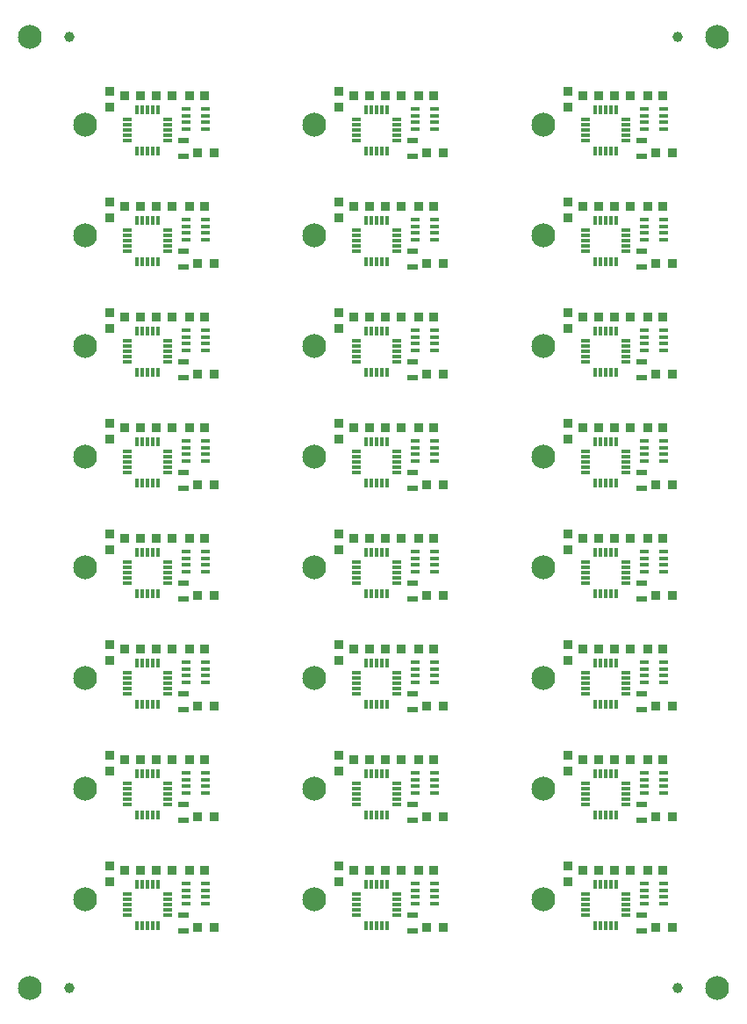
<source format=gbr>
G04 #@! TF.FileFunction,Soldermask,Top*
%FSLAX46Y46*%
G04 Gerber Fmt 4.6, Leading zero omitted, Abs format (unit mm)*
G04 Created by KiCad (PCBNEW 4.0.5+dfsg1-4) date Sun Jun 17 20:11:44 2018*
%MOMM*%
%LPD*%
G01*
G04 APERTURE LIST*
%ADD10C,0.100000*%
%ADD11C,1.000000*%
%ADD12C,2.301600*%
%ADD13R,0.901600X0.851600*%
%ADD14R,0.831600X0.401600*%
%ADD15R,0.401600X0.831600*%
%ADD16R,0.901600X0.451600*%
%ADD17R,0.901600X0.901600*%
%ADD18R,1.001600X0.601600*%
%ADD19R,0.851600X0.901600*%
G04 APERTURE END LIST*
D10*
D11*
X136012306Y-146306191D03*
D12*
X132202306Y-146306190D03*
X198505694Y-146301810D03*
D11*
X194695694Y-146301809D03*
X194695694Y-54607809D03*
D12*
X198505694Y-54607810D03*
X132207000Y-54610000D03*
D13*
X188607000Y-70993000D03*
X190107000Y-70993000D03*
X185547000Y-70992999D03*
X187047000Y-70992999D03*
D14*
X189731000Y-75311000D03*
X189731000Y-74811000D03*
X189731000Y-74311000D03*
X189731000Y-73811000D03*
X189731000Y-73311000D03*
D15*
X188766000Y-72346000D03*
X188266000Y-72346000D03*
X187766000Y-72346000D03*
X187266000Y-72346000D03*
X186766000Y-72346000D03*
D14*
X185801000Y-73311000D03*
X185801000Y-73811000D03*
X185801000Y-74311000D03*
X185801000Y-74811000D03*
X185801000Y-75311000D03*
D15*
X186766000Y-76276000D03*
X187266000Y-76276000D03*
X187766000Y-76276000D03*
X188266000Y-76276000D03*
X188766000Y-76276000D03*
D16*
X191455000Y-73563000D03*
X193355000Y-73563000D03*
X191455000Y-72913000D03*
X193355000Y-72913000D03*
X193355000Y-74213000D03*
X191455000Y-74213000D03*
X191455000Y-72263000D03*
X193355000Y-72263000D03*
D13*
X191782000Y-70993000D03*
X193282000Y-70993000D03*
D17*
X192621000Y-76454000D03*
X194221000Y-76454000D03*
D18*
X191262000Y-76811000D03*
X191262000Y-75311000D03*
D12*
X181737000Y-73787000D03*
D19*
X184150000Y-72082000D03*
X184150000Y-70582000D03*
D16*
X191455000Y-62895000D03*
X193355000Y-62895000D03*
X191455000Y-62245000D03*
X193355000Y-62245000D03*
X193355000Y-63545000D03*
X191455000Y-63545000D03*
X191455000Y-61595000D03*
X193355000Y-61595000D03*
D14*
X189731000Y-64643000D03*
X189731000Y-64143000D03*
X189731000Y-63643000D03*
X189731000Y-63143000D03*
X189731000Y-62643000D03*
D15*
X188766000Y-61678000D03*
X188266000Y-61678000D03*
X187766000Y-61678000D03*
X187266000Y-61678000D03*
X186766000Y-61678000D03*
D14*
X185801000Y-62643000D03*
X185801000Y-63143000D03*
X185801000Y-63643000D03*
X185801000Y-64143000D03*
X185801000Y-64643000D03*
D15*
X186766000Y-65608000D03*
X187266000Y-65608000D03*
X187766000Y-65608000D03*
X188266000Y-65608000D03*
X188766000Y-65608000D03*
D13*
X185547000Y-60324999D03*
X187047000Y-60324999D03*
D17*
X192621000Y-65786000D03*
X194221000Y-65786000D03*
D18*
X191262000Y-66143000D03*
X191262000Y-64643000D03*
D19*
X184150000Y-61414000D03*
X184150000Y-59914000D03*
D12*
X181737000Y-63119000D03*
D13*
X188607000Y-60325000D03*
X190107000Y-60325000D03*
X191782000Y-60325000D03*
X193282000Y-60325000D03*
D14*
X189731000Y-85979000D03*
X189731000Y-85479000D03*
X189731000Y-84979000D03*
X189731000Y-84479000D03*
X189731000Y-83979000D03*
D15*
X188766000Y-83014000D03*
X188266000Y-83014000D03*
X187766000Y-83014000D03*
X187266000Y-83014000D03*
X186766000Y-83014000D03*
D14*
X185801000Y-83979000D03*
X185801000Y-84479000D03*
X185801000Y-84979000D03*
X185801000Y-85479000D03*
X185801000Y-85979000D03*
D15*
X186766000Y-86944000D03*
X187266000Y-86944000D03*
X187766000Y-86944000D03*
X188266000Y-86944000D03*
X188766000Y-86944000D03*
D13*
X185547000Y-81660999D03*
X187047000Y-81660999D03*
X188607000Y-81661000D03*
X190107000Y-81661000D03*
D17*
X192621000Y-87122000D03*
X194221000Y-87122000D03*
D18*
X191262000Y-87479000D03*
X191262000Y-85979000D03*
D16*
X191455000Y-84231000D03*
X193355000Y-84231000D03*
X191455000Y-83581000D03*
X193355000Y-83581000D03*
X193355000Y-84881000D03*
X191455000Y-84881000D03*
X191455000Y-82931000D03*
X193355000Y-82931000D03*
D18*
X191262000Y-98147000D03*
X191262000Y-96647000D03*
D16*
X191455000Y-94899000D03*
X193355000Y-94899000D03*
X191455000Y-94249000D03*
X193355000Y-94249000D03*
X193355000Y-95549000D03*
X191455000Y-95549000D03*
X191455000Y-93599000D03*
X193355000Y-93599000D03*
D17*
X192621000Y-97790000D03*
X194221000Y-97790000D03*
D12*
X181737000Y-95123000D03*
D19*
X184150000Y-93418000D03*
X184150000Y-91918000D03*
D13*
X191782000Y-81661000D03*
X193282000Y-81661000D03*
D12*
X181737000Y-84455000D03*
D19*
X184150000Y-82750000D03*
X184150000Y-81250000D03*
D13*
X188607000Y-92329000D03*
X190107000Y-92329000D03*
X191782000Y-92329000D03*
X193282000Y-92329000D03*
X185547000Y-92328999D03*
X187047000Y-92328999D03*
D14*
X189731000Y-96647000D03*
X189731000Y-96147000D03*
X189731000Y-95647000D03*
X189731000Y-95147000D03*
X189731000Y-94647000D03*
D15*
X188766000Y-93682000D03*
X188266000Y-93682000D03*
X187766000Y-93682000D03*
X187266000Y-93682000D03*
X186766000Y-93682000D03*
D14*
X185801000Y-94647000D03*
X185801000Y-95147000D03*
X185801000Y-95647000D03*
X185801000Y-96147000D03*
X185801000Y-96647000D03*
D15*
X186766000Y-97612000D03*
X187266000Y-97612000D03*
X187766000Y-97612000D03*
X188266000Y-97612000D03*
X188766000Y-97612000D03*
D14*
X189731000Y-117983000D03*
X189731000Y-117483000D03*
X189731000Y-116983000D03*
X189731000Y-116483000D03*
X189731000Y-115983000D03*
D15*
X188766000Y-115018000D03*
X188266000Y-115018000D03*
X187766000Y-115018000D03*
X187266000Y-115018000D03*
X186766000Y-115018000D03*
D14*
X185801000Y-115983000D03*
X185801000Y-116483000D03*
X185801000Y-116983000D03*
X185801000Y-117483000D03*
X185801000Y-117983000D03*
D15*
X186766000Y-118948000D03*
X187266000Y-118948000D03*
X187766000Y-118948000D03*
X188266000Y-118948000D03*
X188766000Y-118948000D03*
D13*
X188607000Y-113665000D03*
X190107000Y-113665000D03*
X185547000Y-113664999D03*
X187047000Y-113664999D03*
D14*
X189731000Y-107315000D03*
X189731000Y-106815000D03*
X189731000Y-106315000D03*
X189731000Y-105815000D03*
X189731000Y-105315000D03*
D15*
X188766000Y-104350000D03*
X188266000Y-104350000D03*
X187766000Y-104350000D03*
X187266000Y-104350000D03*
X186766000Y-104350000D03*
D14*
X185801000Y-105315000D03*
X185801000Y-105815000D03*
X185801000Y-106315000D03*
X185801000Y-106815000D03*
X185801000Y-107315000D03*
D15*
X186766000Y-108280000D03*
X187266000Y-108280000D03*
X187766000Y-108280000D03*
X188266000Y-108280000D03*
X188766000Y-108280000D03*
D12*
X181737000Y-105791000D03*
D13*
X185547000Y-102996999D03*
X187047000Y-102996999D03*
D19*
X184150000Y-104086000D03*
X184150000Y-102586000D03*
D18*
X191262000Y-108815000D03*
X191262000Y-107315000D03*
D16*
X191455000Y-105567000D03*
X193355000Y-105567000D03*
X191455000Y-104917000D03*
X193355000Y-104917000D03*
X193355000Y-106217000D03*
X191455000Y-106217000D03*
X191455000Y-104267000D03*
X193355000Y-104267000D03*
D17*
X192621000Y-108458000D03*
X194221000Y-108458000D03*
D19*
X184150000Y-114754000D03*
X184150000Y-113254000D03*
D12*
X181737000Y-116459000D03*
D13*
X188607000Y-102997000D03*
X190107000Y-102997000D03*
X191782000Y-102997000D03*
X193282000Y-102997000D03*
D17*
X192621000Y-119126000D03*
X194221000Y-119126000D03*
D18*
X191262000Y-119483000D03*
X191262000Y-117983000D03*
D16*
X191455000Y-116235000D03*
X193355000Y-116235000D03*
X191455000Y-115585000D03*
X193355000Y-115585000D03*
X193355000Y-116885000D03*
X191455000Y-116885000D03*
X191455000Y-114935000D03*
X193355000Y-114935000D03*
D13*
X191782000Y-113665000D03*
X193282000Y-113665000D03*
X185547000Y-124332999D03*
X187047000Y-124332999D03*
D14*
X189731000Y-128651000D03*
X189731000Y-128151000D03*
X189731000Y-127651000D03*
X189731000Y-127151000D03*
X189731000Y-126651000D03*
D15*
X188766000Y-125686000D03*
X188266000Y-125686000D03*
X187766000Y-125686000D03*
X187266000Y-125686000D03*
X186766000Y-125686000D03*
D14*
X185801000Y-126651000D03*
X185801000Y-127151000D03*
X185801000Y-127651000D03*
X185801000Y-128151000D03*
X185801000Y-128651000D03*
D15*
X186766000Y-129616000D03*
X187266000Y-129616000D03*
X187766000Y-129616000D03*
X188266000Y-129616000D03*
X188766000Y-129616000D03*
D13*
X188607000Y-124333000D03*
X190107000Y-124333000D03*
D16*
X191455000Y-126903000D03*
X193355000Y-126903000D03*
X191455000Y-126253000D03*
X193355000Y-126253000D03*
X193355000Y-127553000D03*
X191455000Y-127553000D03*
X191455000Y-125603000D03*
X193355000Y-125603000D03*
D18*
X191262000Y-130151000D03*
X191262000Y-128651000D03*
D17*
X192621000Y-129794000D03*
X194221000Y-129794000D03*
X192621000Y-140462000D03*
X194221000Y-140462000D03*
D13*
X191782000Y-135001000D03*
X193282000Y-135001000D03*
D18*
X191262000Y-140819000D03*
X191262000Y-139319000D03*
D16*
X191455000Y-137571000D03*
X193355000Y-137571000D03*
X191455000Y-136921000D03*
X193355000Y-136921000D03*
X193355000Y-138221000D03*
X191455000Y-138221000D03*
X191455000Y-136271000D03*
X193355000Y-136271000D03*
D13*
X185547000Y-135000999D03*
X187047000Y-135000999D03*
D14*
X189731000Y-139319000D03*
X189731000Y-138819000D03*
X189731000Y-138319000D03*
X189731000Y-137819000D03*
X189731000Y-137319000D03*
D15*
X188766000Y-136354000D03*
X188266000Y-136354000D03*
X187766000Y-136354000D03*
X187266000Y-136354000D03*
X186766000Y-136354000D03*
D14*
X185801000Y-137319000D03*
X185801000Y-137819000D03*
X185801000Y-138319000D03*
X185801000Y-138819000D03*
X185801000Y-139319000D03*
D15*
X186766000Y-140284000D03*
X187266000Y-140284000D03*
X187766000Y-140284000D03*
X188266000Y-140284000D03*
X188766000Y-140284000D03*
D13*
X188607000Y-135001000D03*
X190107000Y-135001000D03*
D12*
X181737000Y-137795000D03*
D19*
X184150000Y-136090000D03*
X184150000Y-134590000D03*
X184150000Y-125422000D03*
X184150000Y-123922000D03*
D12*
X181737000Y-127127000D03*
D13*
X191782000Y-124333000D03*
X193282000Y-124333000D03*
D12*
X159639000Y-63119000D03*
D16*
X169357000Y-62895000D03*
X171257000Y-62895000D03*
X169357000Y-62245000D03*
X171257000Y-62245000D03*
X171257000Y-63545000D03*
X169357000Y-63545000D03*
X169357000Y-61595000D03*
X171257000Y-61595000D03*
D13*
X169684000Y-60325000D03*
X171184000Y-60325000D03*
D17*
X170523000Y-65786000D03*
X172123000Y-65786000D03*
D18*
X169164000Y-66143000D03*
X169164000Y-64643000D03*
D19*
X162052000Y-61414000D03*
X162052000Y-59914000D03*
D13*
X163449000Y-60324999D03*
X164949000Y-60324999D03*
D14*
X167633000Y-64643000D03*
X167633000Y-64143000D03*
X167633000Y-63643000D03*
X167633000Y-63143000D03*
X167633000Y-62643000D03*
D15*
X166668000Y-61678000D03*
X166168000Y-61678000D03*
X165668000Y-61678000D03*
X165168000Y-61678000D03*
X164668000Y-61678000D03*
D14*
X163703000Y-62643000D03*
X163703000Y-63143000D03*
X163703000Y-63643000D03*
X163703000Y-64143000D03*
X163703000Y-64643000D03*
D15*
X164668000Y-65608000D03*
X165168000Y-65608000D03*
X165668000Y-65608000D03*
X166168000Y-65608000D03*
X166668000Y-65608000D03*
D13*
X166509000Y-60325000D03*
X168009000Y-60325000D03*
D12*
X159639000Y-84455000D03*
D13*
X169684000Y-81661000D03*
X171184000Y-81661000D03*
D17*
X170523000Y-87122000D03*
X172123000Y-87122000D03*
D18*
X169164000Y-87479000D03*
X169164000Y-85979000D03*
D16*
X169357000Y-84231000D03*
X171257000Y-84231000D03*
X169357000Y-83581000D03*
X171257000Y-83581000D03*
X171257000Y-84881000D03*
X169357000Y-84881000D03*
X169357000Y-82931000D03*
X171257000Y-82931000D03*
D14*
X167633000Y-85979000D03*
X167633000Y-85479000D03*
X167633000Y-84979000D03*
X167633000Y-84479000D03*
X167633000Y-83979000D03*
D15*
X166668000Y-83014000D03*
X166168000Y-83014000D03*
X165668000Y-83014000D03*
X165168000Y-83014000D03*
X164668000Y-83014000D03*
D14*
X163703000Y-83979000D03*
X163703000Y-84479000D03*
X163703000Y-84979000D03*
X163703000Y-85479000D03*
X163703000Y-85979000D03*
D15*
X164668000Y-86944000D03*
X165168000Y-86944000D03*
X165668000Y-86944000D03*
X166168000Y-86944000D03*
X166668000Y-86944000D03*
D19*
X162052000Y-82750000D03*
X162052000Y-81250000D03*
D13*
X163449000Y-81660999D03*
X164949000Y-81660999D03*
X166509000Y-81661000D03*
X168009000Y-81661000D03*
D18*
X169164000Y-76811000D03*
X169164000Y-75311000D03*
D17*
X170523000Y-76454000D03*
X172123000Y-76454000D03*
D12*
X159639000Y-73787000D03*
D16*
X169357000Y-73563000D03*
X171257000Y-73563000D03*
X169357000Y-72913000D03*
X171257000Y-72913000D03*
X171257000Y-74213000D03*
X169357000Y-74213000D03*
X169357000Y-72263000D03*
X171257000Y-72263000D03*
D13*
X169684000Y-70993000D03*
X171184000Y-70993000D03*
D19*
X162052000Y-72082000D03*
X162052000Y-70582000D03*
D13*
X163449000Y-70992999D03*
X164949000Y-70992999D03*
X166509000Y-70993000D03*
X168009000Y-70993000D03*
D14*
X167633000Y-75311000D03*
X167633000Y-74811000D03*
X167633000Y-74311000D03*
X167633000Y-73811000D03*
X167633000Y-73311000D03*
D15*
X166668000Y-72346000D03*
X166168000Y-72346000D03*
X165668000Y-72346000D03*
X165168000Y-72346000D03*
X164668000Y-72346000D03*
D14*
X163703000Y-73311000D03*
X163703000Y-73811000D03*
X163703000Y-74311000D03*
X163703000Y-74811000D03*
X163703000Y-75311000D03*
D15*
X164668000Y-76276000D03*
X165168000Y-76276000D03*
X165668000Y-76276000D03*
X166168000Y-76276000D03*
X166668000Y-76276000D03*
D13*
X169684000Y-124333000D03*
X171184000Y-124333000D03*
D17*
X170523000Y-129794000D03*
X172123000Y-129794000D03*
D16*
X169357000Y-126903000D03*
X171257000Y-126903000D03*
X169357000Y-126253000D03*
X171257000Y-126253000D03*
X171257000Y-127553000D03*
X169357000Y-127553000D03*
X169357000Y-125603000D03*
X171257000Y-125603000D03*
D19*
X162052000Y-125422000D03*
X162052000Y-123922000D03*
D12*
X159639000Y-127127000D03*
D13*
X163449000Y-124332999D03*
X164949000Y-124332999D03*
X166509000Y-124333000D03*
X168009000Y-124333000D03*
D14*
X167633000Y-128651000D03*
X167633000Y-128151000D03*
X167633000Y-127651000D03*
X167633000Y-127151000D03*
X167633000Y-126651000D03*
D15*
X166668000Y-125686000D03*
X166168000Y-125686000D03*
X165668000Y-125686000D03*
X165168000Y-125686000D03*
X164668000Y-125686000D03*
D14*
X163703000Y-126651000D03*
X163703000Y-127151000D03*
X163703000Y-127651000D03*
X163703000Y-128151000D03*
X163703000Y-128651000D03*
D15*
X164668000Y-129616000D03*
X165168000Y-129616000D03*
X165668000Y-129616000D03*
X166168000Y-129616000D03*
X166668000Y-129616000D03*
D18*
X169164000Y-130151000D03*
X169164000Y-128651000D03*
D19*
X162052000Y-114754000D03*
X162052000Y-113254000D03*
D12*
X159639000Y-116459000D03*
D14*
X167633000Y-117983000D03*
X167633000Y-117483000D03*
X167633000Y-116983000D03*
X167633000Y-116483000D03*
X167633000Y-115983000D03*
D15*
X166668000Y-115018000D03*
X166168000Y-115018000D03*
X165668000Y-115018000D03*
X165168000Y-115018000D03*
X164668000Y-115018000D03*
D14*
X163703000Y-115983000D03*
X163703000Y-116483000D03*
X163703000Y-116983000D03*
X163703000Y-117483000D03*
X163703000Y-117983000D03*
D15*
X164668000Y-118948000D03*
X165168000Y-118948000D03*
X165668000Y-118948000D03*
X166168000Y-118948000D03*
X166668000Y-118948000D03*
D13*
X163449000Y-113664999D03*
X164949000Y-113664999D03*
X166509000Y-113665000D03*
X168009000Y-113665000D03*
X169684000Y-113665000D03*
X171184000Y-113665000D03*
D16*
X169357000Y-116235000D03*
X171257000Y-116235000D03*
X169357000Y-115585000D03*
X171257000Y-115585000D03*
X171257000Y-116885000D03*
X169357000Y-116885000D03*
X169357000Y-114935000D03*
X171257000Y-114935000D03*
D17*
X170523000Y-119126000D03*
X172123000Y-119126000D03*
D18*
X169164000Y-119483000D03*
X169164000Y-117983000D03*
X169164000Y-140819000D03*
X169164000Y-139319000D03*
D17*
X170523000Y-140462000D03*
X172123000Y-140462000D03*
D12*
X159639000Y-137795000D03*
D13*
X166509000Y-135001000D03*
X168009000Y-135001000D03*
D14*
X167633000Y-139319000D03*
X167633000Y-138819000D03*
X167633000Y-138319000D03*
X167633000Y-137819000D03*
X167633000Y-137319000D03*
D15*
X166668000Y-136354000D03*
X166168000Y-136354000D03*
X165668000Y-136354000D03*
X165168000Y-136354000D03*
X164668000Y-136354000D03*
D14*
X163703000Y-137319000D03*
X163703000Y-137819000D03*
X163703000Y-138319000D03*
X163703000Y-138819000D03*
X163703000Y-139319000D03*
D15*
X164668000Y-140284000D03*
X165168000Y-140284000D03*
X165668000Y-140284000D03*
X166168000Y-140284000D03*
X166668000Y-140284000D03*
D19*
X162052000Y-136090000D03*
X162052000Y-134590000D03*
D13*
X163449000Y-135000999D03*
X164949000Y-135000999D03*
D16*
X169357000Y-137571000D03*
X171257000Y-137571000D03*
X169357000Y-136921000D03*
X171257000Y-136921000D03*
X171257000Y-138221000D03*
X169357000Y-138221000D03*
X169357000Y-136271000D03*
X171257000Y-136271000D03*
D13*
X169684000Y-135001000D03*
X171184000Y-135001000D03*
D18*
X169164000Y-98147000D03*
X169164000Y-96647000D03*
D17*
X170523000Y-97790000D03*
X172123000Y-97790000D03*
D16*
X169357000Y-94899000D03*
X171257000Y-94899000D03*
X169357000Y-94249000D03*
X171257000Y-94249000D03*
X171257000Y-95549000D03*
X169357000Y-95549000D03*
X169357000Y-93599000D03*
X171257000Y-93599000D03*
D13*
X169684000Y-102997000D03*
X171184000Y-102997000D03*
D17*
X170523000Y-108458000D03*
X172123000Y-108458000D03*
D16*
X169357000Y-105567000D03*
X171257000Y-105567000D03*
X169357000Y-104917000D03*
X171257000Y-104917000D03*
X171257000Y-106217000D03*
X169357000Y-106217000D03*
X169357000Y-104267000D03*
X171257000Y-104267000D03*
D13*
X163449000Y-92328999D03*
X164949000Y-92328999D03*
X169684000Y-92329000D03*
X171184000Y-92329000D03*
X166509000Y-92329000D03*
X168009000Y-92329000D03*
D14*
X167633000Y-96647000D03*
X167633000Y-96147000D03*
X167633000Y-95647000D03*
X167633000Y-95147000D03*
X167633000Y-94647000D03*
D15*
X166668000Y-93682000D03*
X166168000Y-93682000D03*
X165668000Y-93682000D03*
X165168000Y-93682000D03*
X164668000Y-93682000D03*
D14*
X163703000Y-94647000D03*
X163703000Y-95147000D03*
X163703000Y-95647000D03*
X163703000Y-96147000D03*
X163703000Y-96647000D03*
D15*
X164668000Y-97612000D03*
X165168000Y-97612000D03*
X165668000Y-97612000D03*
X166168000Y-97612000D03*
X166668000Y-97612000D03*
D13*
X166509000Y-102997000D03*
X168009000Y-102997000D03*
D18*
X169164000Y-108815000D03*
X169164000Y-107315000D03*
D14*
X167633000Y-107315000D03*
X167633000Y-106815000D03*
X167633000Y-106315000D03*
X167633000Y-105815000D03*
X167633000Y-105315000D03*
D15*
X166668000Y-104350000D03*
X166168000Y-104350000D03*
X165668000Y-104350000D03*
X165168000Y-104350000D03*
X164668000Y-104350000D03*
D14*
X163703000Y-105315000D03*
X163703000Y-105815000D03*
X163703000Y-106315000D03*
X163703000Y-106815000D03*
X163703000Y-107315000D03*
D15*
X164668000Y-108280000D03*
X165168000Y-108280000D03*
X165668000Y-108280000D03*
X166168000Y-108280000D03*
X166668000Y-108280000D03*
D13*
X163449000Y-102996999D03*
X164949000Y-102996999D03*
D19*
X162052000Y-104086000D03*
X162052000Y-102586000D03*
D12*
X159639000Y-105791000D03*
D19*
X162052000Y-93418000D03*
X162052000Y-91918000D03*
D12*
X159639000Y-95123000D03*
D13*
X144411000Y-60325000D03*
X145911000Y-60325000D03*
X147586000Y-60325000D03*
X149086000Y-60325000D03*
D14*
X145535000Y-64643000D03*
X145535000Y-64143000D03*
X145535000Y-63643000D03*
X145535000Y-63143000D03*
X145535000Y-62643000D03*
D15*
X144570000Y-61678000D03*
X144070000Y-61678000D03*
X143570000Y-61678000D03*
X143070000Y-61678000D03*
X142570000Y-61678000D03*
D14*
X141605000Y-62643000D03*
X141605000Y-63143000D03*
X141605000Y-63643000D03*
X141605000Y-64143000D03*
X141605000Y-64643000D03*
D15*
X142570000Y-65608000D03*
X143070000Y-65608000D03*
X143570000Y-65608000D03*
X144070000Y-65608000D03*
X144570000Y-65608000D03*
D13*
X141351000Y-60324999D03*
X142851000Y-60324999D03*
D17*
X148425000Y-65786000D03*
X150025000Y-65786000D03*
D16*
X147259000Y-62895000D03*
X149159000Y-62895000D03*
X147259000Y-62245000D03*
X149159000Y-62245000D03*
X149159000Y-63545000D03*
X147259000Y-63545000D03*
X147259000Y-61595000D03*
X149159000Y-61595000D03*
D18*
X147066000Y-66143000D03*
X147066000Y-64643000D03*
D19*
X139954000Y-61414000D03*
X139954000Y-59914000D03*
D12*
X137541000Y-63119000D03*
D16*
X147259000Y-73563000D03*
X149159000Y-73563000D03*
X147259000Y-72913000D03*
X149159000Y-72913000D03*
X149159000Y-74213000D03*
X147259000Y-74213000D03*
X147259000Y-72263000D03*
X149159000Y-72263000D03*
D13*
X147586000Y-70993000D03*
X149086000Y-70993000D03*
D18*
X147066000Y-76811000D03*
X147066000Y-75311000D03*
D17*
X148425000Y-76454000D03*
X150025000Y-76454000D03*
D14*
X145535000Y-75311000D03*
X145535000Y-74811000D03*
X145535000Y-74311000D03*
X145535000Y-73811000D03*
X145535000Y-73311000D03*
D15*
X144570000Y-72346000D03*
X144070000Y-72346000D03*
X143570000Y-72346000D03*
X143070000Y-72346000D03*
X142570000Y-72346000D03*
D14*
X141605000Y-73311000D03*
X141605000Y-73811000D03*
X141605000Y-74311000D03*
X141605000Y-74811000D03*
X141605000Y-75311000D03*
D15*
X142570000Y-76276000D03*
X143070000Y-76276000D03*
X143570000Y-76276000D03*
X144070000Y-76276000D03*
X144570000Y-76276000D03*
D13*
X144411000Y-70993000D03*
X145911000Y-70993000D03*
D19*
X139954000Y-72082000D03*
X139954000Y-70582000D03*
D12*
X137541000Y-73787000D03*
D13*
X141351000Y-70992999D03*
X142851000Y-70992999D03*
D12*
X137541000Y-84455000D03*
D13*
X141351000Y-81660999D03*
X142851000Y-81660999D03*
D19*
X139954000Y-82750000D03*
X139954000Y-81250000D03*
D14*
X145535000Y-85979000D03*
X145535000Y-85479000D03*
X145535000Y-84979000D03*
X145535000Y-84479000D03*
X145535000Y-83979000D03*
D15*
X144570000Y-83014000D03*
X144070000Y-83014000D03*
X143570000Y-83014000D03*
X143070000Y-83014000D03*
X142570000Y-83014000D03*
D14*
X141605000Y-83979000D03*
X141605000Y-84479000D03*
X141605000Y-84979000D03*
X141605000Y-85479000D03*
X141605000Y-85979000D03*
D15*
X142570000Y-86944000D03*
X143070000Y-86944000D03*
X143570000Y-86944000D03*
X144070000Y-86944000D03*
X144570000Y-86944000D03*
D13*
X144411000Y-81661000D03*
X145911000Y-81661000D03*
D18*
X147066000Y-87479000D03*
X147066000Y-85979000D03*
D17*
X148425000Y-87122000D03*
X150025000Y-87122000D03*
D16*
X147259000Y-84231000D03*
X149159000Y-84231000D03*
X147259000Y-83581000D03*
X149159000Y-83581000D03*
X149159000Y-84881000D03*
X147259000Y-84881000D03*
X147259000Y-82931000D03*
X149159000Y-82931000D03*
D13*
X147586000Y-81661000D03*
X149086000Y-81661000D03*
X144411000Y-92329000D03*
X145911000Y-92329000D03*
X141351000Y-92328999D03*
X142851000Y-92328999D03*
D12*
X137541000Y-95123000D03*
D19*
X139954000Y-93418000D03*
X139954000Y-91918000D03*
D14*
X145535000Y-96647000D03*
X145535000Y-96147000D03*
X145535000Y-95647000D03*
X145535000Y-95147000D03*
X145535000Y-94647000D03*
D15*
X144570000Y-93682000D03*
X144070000Y-93682000D03*
X143570000Y-93682000D03*
X143070000Y-93682000D03*
X142570000Y-93682000D03*
D14*
X141605000Y-94647000D03*
X141605000Y-95147000D03*
X141605000Y-95647000D03*
X141605000Y-96147000D03*
X141605000Y-96647000D03*
D15*
X142570000Y-97612000D03*
X143070000Y-97612000D03*
X143570000Y-97612000D03*
X144070000Y-97612000D03*
X144570000Y-97612000D03*
D17*
X148425000Y-97790000D03*
X150025000Y-97790000D03*
D18*
X147066000Y-98147000D03*
X147066000Y-96647000D03*
D16*
X147259000Y-94899000D03*
X149159000Y-94899000D03*
X147259000Y-94249000D03*
X149159000Y-94249000D03*
X149159000Y-95549000D03*
X147259000Y-95549000D03*
X147259000Y-93599000D03*
X149159000Y-93599000D03*
D13*
X147586000Y-92329000D03*
X149086000Y-92329000D03*
X144411000Y-102997000D03*
X145911000Y-102997000D03*
D14*
X145535000Y-107315000D03*
X145535000Y-106815000D03*
X145535000Y-106315000D03*
X145535000Y-105815000D03*
X145535000Y-105315000D03*
D15*
X144570000Y-104350000D03*
X144070000Y-104350000D03*
X143570000Y-104350000D03*
X143070000Y-104350000D03*
X142570000Y-104350000D03*
D14*
X141605000Y-105315000D03*
X141605000Y-105815000D03*
X141605000Y-106315000D03*
X141605000Y-106815000D03*
X141605000Y-107315000D03*
D15*
X142570000Y-108280000D03*
X143070000Y-108280000D03*
X143570000Y-108280000D03*
X144070000Y-108280000D03*
X144570000Y-108280000D03*
D13*
X141351000Y-102996999D03*
X142851000Y-102996999D03*
X144411000Y-113665000D03*
X145911000Y-113665000D03*
X141351000Y-113664999D03*
X142851000Y-113664999D03*
D12*
X137541000Y-116459000D03*
D19*
X139954000Y-114754000D03*
X139954000Y-113254000D03*
D14*
X145535000Y-117983000D03*
X145535000Y-117483000D03*
X145535000Y-116983000D03*
X145535000Y-116483000D03*
X145535000Y-115983000D03*
D15*
X144570000Y-115018000D03*
X144070000Y-115018000D03*
X143570000Y-115018000D03*
X143070000Y-115018000D03*
X142570000Y-115018000D03*
D14*
X141605000Y-115983000D03*
X141605000Y-116483000D03*
X141605000Y-116983000D03*
X141605000Y-117483000D03*
X141605000Y-117983000D03*
D15*
X142570000Y-118948000D03*
X143070000Y-118948000D03*
X143570000Y-118948000D03*
X144070000Y-118948000D03*
X144570000Y-118948000D03*
D13*
X147586000Y-102997000D03*
X149086000Y-102997000D03*
D17*
X148425000Y-108458000D03*
X150025000Y-108458000D03*
D16*
X147259000Y-105567000D03*
X149159000Y-105567000D03*
X147259000Y-104917000D03*
X149159000Y-104917000D03*
X149159000Y-106217000D03*
X147259000Y-106217000D03*
X147259000Y-104267000D03*
X149159000Y-104267000D03*
D18*
X147066000Y-108815000D03*
X147066000Y-107315000D03*
D19*
X139954000Y-104086000D03*
X139954000Y-102586000D03*
D12*
X137541000Y-105791000D03*
D17*
X148425000Y-119126000D03*
X150025000Y-119126000D03*
D18*
X147066000Y-119483000D03*
X147066000Y-117983000D03*
D16*
X147259000Y-116235000D03*
X149159000Y-116235000D03*
X147259000Y-115585000D03*
X149159000Y-115585000D03*
X149159000Y-116885000D03*
X147259000Y-116885000D03*
X147259000Y-114935000D03*
X149159000Y-114935000D03*
D13*
X147586000Y-113665000D03*
X149086000Y-113665000D03*
D18*
X147066000Y-130151000D03*
X147066000Y-128651000D03*
D17*
X148425000Y-129794000D03*
X150025000Y-129794000D03*
D13*
X144411000Y-124333000D03*
X145911000Y-124333000D03*
D14*
X145535000Y-128651000D03*
X145535000Y-128151000D03*
X145535000Y-127651000D03*
X145535000Y-127151000D03*
X145535000Y-126651000D03*
D15*
X144570000Y-125686000D03*
X144070000Y-125686000D03*
X143570000Y-125686000D03*
X143070000Y-125686000D03*
X142570000Y-125686000D03*
D14*
X141605000Y-126651000D03*
X141605000Y-127151000D03*
X141605000Y-127651000D03*
X141605000Y-128151000D03*
X141605000Y-128651000D03*
D15*
X142570000Y-129616000D03*
X143070000Y-129616000D03*
X143570000Y-129616000D03*
X144070000Y-129616000D03*
X144570000Y-129616000D03*
D13*
X147586000Y-124333000D03*
X149086000Y-124333000D03*
X141351000Y-124332999D03*
X142851000Y-124332999D03*
D16*
X147259000Y-126903000D03*
X149159000Y-126903000D03*
X147259000Y-126253000D03*
X149159000Y-126253000D03*
X149159000Y-127553000D03*
X147259000Y-127553000D03*
X147259000Y-125603000D03*
X149159000Y-125603000D03*
D12*
X137541000Y-127127000D03*
D19*
X139954000Y-125422000D03*
X139954000Y-123922000D03*
D14*
X145535000Y-139319000D03*
X145535000Y-138819000D03*
X145535000Y-138319000D03*
X145535000Y-137819000D03*
X145535000Y-137319000D03*
D15*
X144570000Y-136354000D03*
X144070000Y-136354000D03*
X143570000Y-136354000D03*
X143070000Y-136354000D03*
X142570000Y-136354000D03*
D14*
X141605000Y-137319000D03*
X141605000Y-137819000D03*
X141605000Y-138319000D03*
X141605000Y-138819000D03*
X141605000Y-139319000D03*
D15*
X142570000Y-140284000D03*
X143070000Y-140284000D03*
X143570000Y-140284000D03*
X144070000Y-140284000D03*
X144570000Y-140284000D03*
D16*
X147259000Y-137571000D03*
X149159000Y-137571000D03*
X147259000Y-136921000D03*
X149159000Y-136921000D03*
X149159000Y-138221000D03*
X147259000Y-138221000D03*
X147259000Y-136271000D03*
X149159000Y-136271000D03*
D13*
X144411000Y-135001000D03*
X145911000Y-135001000D03*
X141351000Y-135000999D03*
X142851000Y-135000999D03*
D12*
X137541000Y-137795000D03*
D17*
X148425000Y-140462000D03*
X150025000Y-140462000D03*
D13*
X147586000Y-135001000D03*
X149086000Y-135001000D03*
D18*
X147066000Y-140819000D03*
X147066000Y-139319000D03*
D19*
X139954000Y-136090000D03*
X139954000Y-134590000D03*
D11*
X136017000Y-54610000D03*
M02*

</source>
